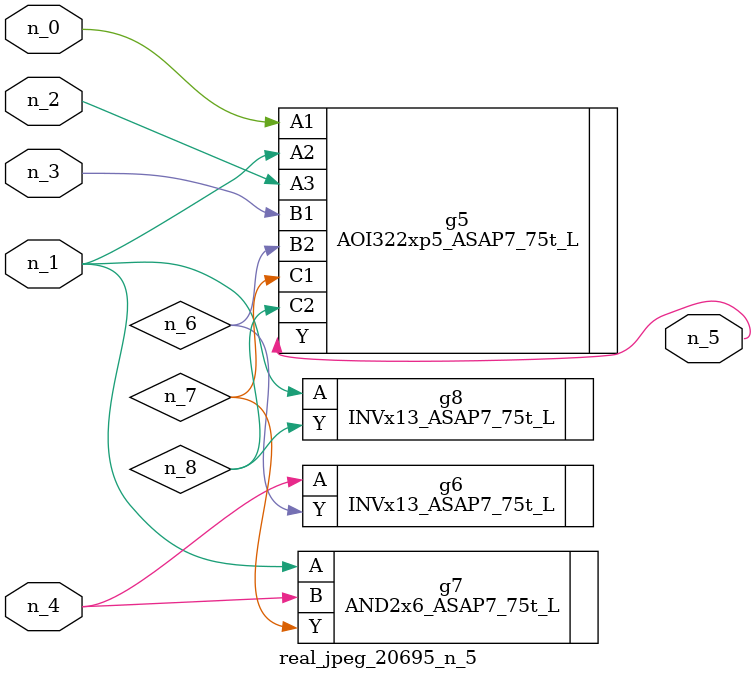
<source format=v>
module real_jpeg_20695_n_5 (n_4, n_0, n_1, n_2, n_3, n_5);

input n_4;
input n_0;
input n_1;
input n_2;
input n_3;

output n_5;

wire n_8;
wire n_6;
wire n_7;

AOI322xp5_ASAP7_75t_L g5 ( 
.A1(n_0),
.A2(n_1),
.A3(n_2),
.B1(n_3),
.B2(n_6),
.C1(n_7),
.C2(n_8),
.Y(n_5)
);

AND2x6_ASAP7_75t_L g7 ( 
.A(n_1),
.B(n_4),
.Y(n_7)
);

INVx13_ASAP7_75t_L g8 ( 
.A(n_1),
.Y(n_8)
);

INVx13_ASAP7_75t_L g6 ( 
.A(n_4),
.Y(n_6)
);


endmodule
</source>
